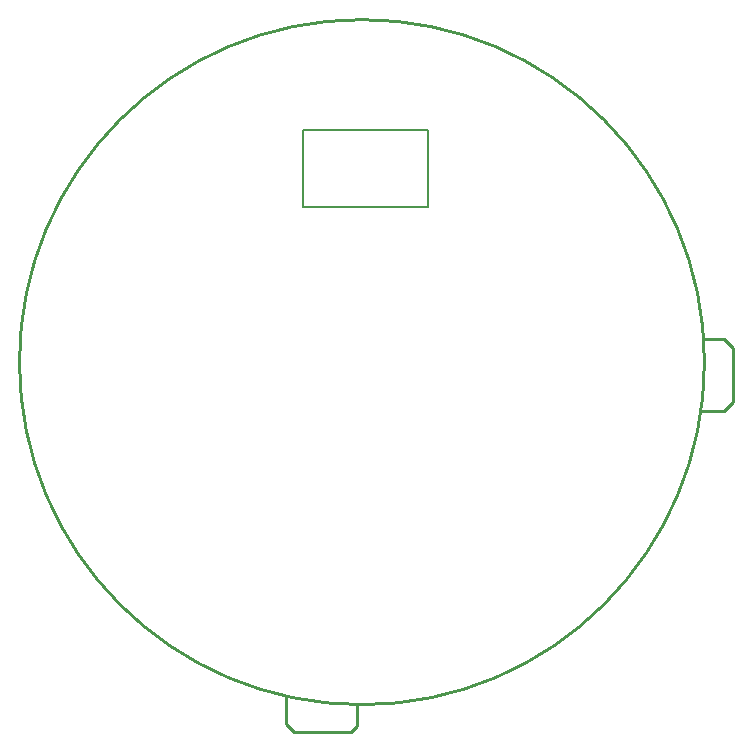
<source format=gbr>
%TF.GenerationSoftware,Altium Limited,Altium Designer,22.7.1 (60)*%
G04 Layer_Color=16711935*
%FSLAX45Y45*%
%MOMM*%
%TF.SameCoordinates,2E8CAF61-F9F5-4988-A97D-765C0E49F6B8*%
%TF.FilePolarity,Positive*%
%TF.FileFunction,Other,Mechanical_13*%
%TF.Part,Single*%
G01*
G75*
%TA.AperFunction,NonConductor*%
%ADD39C,0.20000*%
%ADD48C,0.25400*%
D39*
X-505600Y1968875D02*
X556400Y1968874D01*
X556400Y1318874D02*
X556400Y1968874D01*
X-505600Y1318874D02*
X556400Y1318874D01*
X-505600Y1968875D02*
X-505600Y1318874D01*
D48*
X2893079Y3963D02*
G03*
X2893079Y3963I-2900000J0D01*
G01*
X-101600Y-3124200D02*
X-50800Y-3073400D01*
X-584200Y-3124200D02*
X-101600D01*
X-647700Y-3060700D02*
X-584200Y-3124200D01*
X-647700Y-3060700D02*
Y-2819400D01*
X-50800Y-3073400D02*
Y-2908300D01*
X3060700Y203200D02*
X3136900Y127000D01*
X2857500Y-406400D02*
X3060700D01*
X3136900Y4447D02*
Y127000D01*
X2882900Y203200D02*
X3060700D01*
X3136900Y-330200D02*
Y4447D01*
X3060700Y-406400D02*
X3136900Y-330200D01*
%TF.MD5,6852e5ee371c9b5d658e451177be7993*%
M02*

</source>
